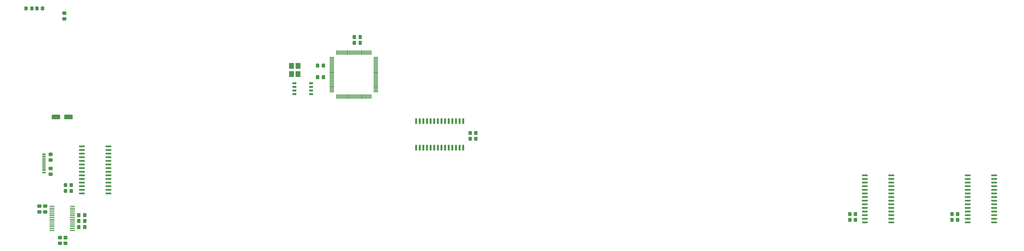
<source format=gbr>
%TF.GenerationSoftware,KiCad,Pcbnew,(5.1.10)-1*%
%TF.CreationDate,2021-10-29T18:14:56+02:00*%
%TF.ProjectId,xfm2-ui-board,78666d32-2d75-4692-9d62-6f6172642e6b,rev?*%
%TF.SameCoordinates,Original*%
%TF.FileFunction,Paste,Top*%
%TF.FilePolarity,Positive*%
%FSLAX46Y46*%
G04 Gerber Fmt 4.6, Leading zero omitted, Abs format (unit mm)*
G04 Created by KiCad (PCBNEW (5.1.10)-1) date 2021-10-29 18:14:56*
%MOMM*%
%LPD*%
G01*
G04 APERTURE LIST*
%ADD10R,1.350000X0.700000*%
%ADD11R,1.150000X0.600000*%
%ADD12R,1.150000X0.300000*%
%ADD13R,1.750000X0.450000*%
%ADD14R,0.300000X1.500000*%
%ADD15R,1.500000X0.300000*%
%ADD16R,1.800000X2.100000*%
G04 APERTURE END LIST*
%TO.C,C1*%
G36*
G01*
X116263000Y-61247000D02*
X116263000Y-62197000D01*
G75*
G02*
X116013000Y-62447000I-250000J0D01*
G01*
X115338000Y-62447000D01*
G75*
G02*
X115088000Y-62197000I0J250000D01*
G01*
X115088000Y-61247000D01*
G75*
G02*
X115338000Y-60997000I250000J0D01*
G01*
X116013000Y-60997000D01*
G75*
G02*
X116263000Y-61247000I0J-250000D01*
G01*
G37*
G36*
G01*
X118338000Y-61247000D02*
X118338000Y-62197000D01*
G75*
G02*
X118088000Y-62447000I-250000J0D01*
G01*
X117413000Y-62447000D01*
G75*
G02*
X117163000Y-62197000I0J250000D01*
G01*
X117163000Y-61247000D01*
G75*
G02*
X117413000Y-60997000I250000J0D01*
G01*
X118088000Y-60997000D01*
G75*
G02*
X118338000Y-61247000I0J-250000D01*
G01*
G37*
%TD*%
%TO.C,C9*%
G36*
G01*
X34645000Y-115730000D02*
X34645000Y-116680000D01*
G75*
G02*
X34395000Y-116930000I-250000J0D01*
G01*
X33720000Y-116930000D01*
G75*
G02*
X33470000Y-116680000I0J250000D01*
G01*
X33470000Y-115730000D01*
G75*
G02*
X33720000Y-115480000I250000J0D01*
G01*
X34395000Y-115480000D01*
G75*
G02*
X34645000Y-115730000I0J-250000D01*
G01*
G37*
G36*
G01*
X32570000Y-115730000D02*
X32570000Y-116680000D01*
G75*
G02*
X32320000Y-116930000I-250000J0D01*
G01*
X31645000Y-116930000D01*
G75*
G02*
X31395000Y-116680000I0J250000D01*
G01*
X31395000Y-115730000D01*
G75*
G02*
X31645000Y-115480000I250000J0D01*
G01*
X32320000Y-115480000D01*
G75*
G02*
X32570000Y-115730000I0J-250000D01*
G01*
G37*
%TD*%
%TO.C,R11*%
G36*
G01*
X21647999Y-99206000D02*
X22548001Y-99206000D01*
G75*
G02*
X22798000Y-99455999I0J-249999D01*
G01*
X22798000Y-100156001D01*
G75*
G02*
X22548001Y-100406000I-249999J0D01*
G01*
X21647999Y-100406000D01*
G75*
G02*
X21398000Y-100156001I0J249999D01*
G01*
X21398000Y-99455999D01*
G75*
G02*
X21647999Y-99206000I249999J0D01*
G01*
G37*
G36*
G01*
X21647999Y-97206000D02*
X22548001Y-97206000D01*
G75*
G02*
X22798000Y-97455999I0J-249999D01*
G01*
X22798000Y-98156001D01*
G75*
G02*
X22548001Y-98406000I-249999J0D01*
G01*
X21647999Y-98406000D01*
G75*
G02*
X21398000Y-98156001I0J249999D01*
G01*
X21398000Y-97455999D01*
G75*
G02*
X21647999Y-97206000I249999J0D01*
G01*
G37*
%TD*%
%TO.C,R7*%
G36*
G01*
X29921000Y-103181999D02*
X29921000Y-104082001D01*
G75*
G02*
X29671001Y-104332000I-249999J0D01*
G01*
X28970999Y-104332000D01*
G75*
G02*
X28721000Y-104082001I0J249999D01*
G01*
X28721000Y-103181999D01*
G75*
G02*
X28970999Y-102932000I249999J0D01*
G01*
X29671001Y-102932000D01*
G75*
G02*
X29921000Y-103181999I0J-249999D01*
G01*
G37*
G36*
G01*
X27921000Y-103181999D02*
X27921000Y-104082001D01*
G75*
G02*
X27671001Y-104332000I-249999J0D01*
G01*
X26970999Y-104332000D01*
G75*
G02*
X26721000Y-104082001I0J249999D01*
G01*
X26721000Y-103181999D01*
G75*
G02*
X26970999Y-102932000I249999J0D01*
G01*
X27671001Y-102932000D01*
G75*
G02*
X27921000Y-103181999I0J-249999D01*
G01*
G37*
%TD*%
%TO.C,C6*%
G36*
G01*
X17686000Y-112464000D02*
X18636000Y-112464000D01*
G75*
G02*
X18886000Y-112714000I0J-250000D01*
G01*
X18886000Y-113389000D01*
G75*
G02*
X18636000Y-113639000I-250000J0D01*
G01*
X17686000Y-113639000D01*
G75*
G02*
X17436000Y-113389000I0J250000D01*
G01*
X17436000Y-112714000D01*
G75*
G02*
X17686000Y-112464000I250000J0D01*
G01*
G37*
G36*
G01*
X17686000Y-110389000D02*
X18636000Y-110389000D01*
G75*
G02*
X18886000Y-110639000I0J-250000D01*
G01*
X18886000Y-111314000D01*
G75*
G02*
X18636000Y-111564000I-250000J0D01*
G01*
X17686000Y-111564000D01*
G75*
G02*
X17436000Y-111314000I0J250000D01*
G01*
X17436000Y-110639000D01*
G75*
G02*
X17686000Y-110389000I250000J0D01*
G01*
G37*
%TD*%
%TO.C,C10*%
G36*
G01*
X32570000Y-117889000D02*
X32570000Y-118839000D01*
G75*
G02*
X32320000Y-119089000I-250000J0D01*
G01*
X31645000Y-119089000D01*
G75*
G02*
X31395000Y-118839000I0J250000D01*
G01*
X31395000Y-117889000D01*
G75*
G02*
X31645000Y-117639000I250000J0D01*
G01*
X32320000Y-117639000D01*
G75*
G02*
X32570000Y-117889000I0J-250000D01*
G01*
G37*
G36*
G01*
X34645000Y-117889000D02*
X34645000Y-118839000D01*
G75*
G02*
X34395000Y-119089000I-250000J0D01*
G01*
X33720000Y-119089000D01*
G75*
G02*
X33470000Y-118839000I0J250000D01*
G01*
X33470000Y-117889000D01*
G75*
G02*
X33720000Y-117639000I250000J0D01*
G01*
X34395000Y-117639000D01*
G75*
G02*
X34645000Y-117889000I0J-250000D01*
G01*
G37*
%TD*%
%TO.C,R5*%
G36*
G01*
X304876000Y-113341999D02*
X304876000Y-114242001D01*
G75*
G02*
X304626001Y-114492000I-249999J0D01*
G01*
X303925999Y-114492000D01*
G75*
G02*
X303676000Y-114242001I0J249999D01*
G01*
X303676000Y-113341999D01*
G75*
G02*
X303925999Y-113092000I249999J0D01*
G01*
X304626001Y-113092000D01*
G75*
G02*
X304876000Y-113341999I0J-249999D01*
G01*
G37*
G36*
G01*
X302876000Y-113341999D02*
X302876000Y-114242001D01*
G75*
G02*
X302626001Y-114492000I-249999J0D01*
G01*
X301925999Y-114492000D01*
G75*
G02*
X301676000Y-114242001I0J249999D01*
G01*
X301676000Y-113341999D01*
G75*
G02*
X301925999Y-113092000I249999J0D01*
G01*
X302626001Y-113092000D01*
G75*
G02*
X302876000Y-113341999I0J-249999D01*
G01*
G37*
%TD*%
%TO.C,D1*%
G36*
G01*
X12905001Y-42122002D02*
X12905001Y-41222000D01*
G75*
G02*
X13155000Y-40972001I249999J0D01*
G01*
X13805002Y-40972001D01*
G75*
G02*
X14055001Y-41222000I0J-249999D01*
G01*
X14055001Y-42122002D01*
G75*
G02*
X13805002Y-42372001I-249999J0D01*
G01*
X13155000Y-42372001D01*
G75*
G02*
X12905001Y-42122002I0J249999D01*
G01*
G37*
G36*
G01*
X14955001Y-42122002D02*
X14955001Y-41222000D01*
G75*
G02*
X15205000Y-40972001I249999J0D01*
G01*
X15855002Y-40972001D01*
G75*
G02*
X16105001Y-41222000I0J-249999D01*
G01*
X16105001Y-42122002D01*
G75*
G02*
X15855002Y-42372001I-249999J0D01*
G01*
X15205000Y-42372001D01*
G75*
G02*
X14955001Y-42122002I0J249999D01*
G01*
G37*
%TD*%
%TO.C,R9*%
G36*
G01*
X27755001Y-124663000D02*
X26854999Y-124663000D01*
G75*
G02*
X26605000Y-124413001I0J249999D01*
G01*
X26605000Y-123712999D01*
G75*
G02*
X26854999Y-123463000I249999J0D01*
G01*
X27755001Y-123463000D01*
G75*
G02*
X28005000Y-123712999I0J-249999D01*
G01*
X28005000Y-124413001D01*
G75*
G02*
X27755001Y-124663000I-249999J0D01*
G01*
G37*
G36*
G01*
X27755001Y-122663000D02*
X26854999Y-122663000D01*
G75*
G02*
X26605000Y-122413001I0J249999D01*
G01*
X26605000Y-121712999D01*
G75*
G02*
X26854999Y-121463000I249999J0D01*
G01*
X27755001Y-121463000D01*
G75*
G02*
X28005000Y-121712999I0J-249999D01*
G01*
X28005000Y-122413001D01*
G75*
G02*
X27755001Y-122663000I-249999J0D01*
G01*
G37*
%TD*%
%TO.C,R8*%
G36*
G01*
X24949999Y-123463000D02*
X25850001Y-123463000D01*
G75*
G02*
X26100000Y-123712999I0J-249999D01*
G01*
X26100000Y-124413001D01*
G75*
G02*
X25850001Y-124663000I-249999J0D01*
G01*
X24949999Y-124663000D01*
G75*
G02*
X24700000Y-124413001I0J249999D01*
G01*
X24700000Y-123712999D01*
G75*
G02*
X24949999Y-123463000I249999J0D01*
G01*
G37*
G36*
G01*
X24949999Y-121463000D02*
X25850001Y-121463000D01*
G75*
G02*
X26100000Y-121712999I0J-249999D01*
G01*
X26100000Y-122413001D01*
G75*
G02*
X25850001Y-122663000I-249999J0D01*
G01*
X24949999Y-122663000D01*
G75*
G02*
X24700000Y-122413001I0J249999D01*
G01*
X24700000Y-121712999D01*
G75*
G02*
X24949999Y-121463000I249999J0D01*
G01*
G37*
%TD*%
%TO.C,C3*%
G36*
G01*
X130053500Y-52164000D02*
X130053500Y-51214000D01*
G75*
G02*
X130303500Y-50964000I250000J0D01*
G01*
X130978500Y-50964000D01*
G75*
G02*
X131228500Y-51214000I0J-250000D01*
G01*
X131228500Y-52164000D01*
G75*
G02*
X130978500Y-52414000I-250000J0D01*
G01*
X130303500Y-52414000D01*
G75*
G02*
X130053500Y-52164000I0J250000D01*
G01*
G37*
G36*
G01*
X127978500Y-52164000D02*
X127978500Y-51214000D01*
G75*
G02*
X128228500Y-50964000I250000J0D01*
G01*
X128903500Y-50964000D01*
G75*
G02*
X129153500Y-51214000I0J-250000D01*
G01*
X129153500Y-52164000D01*
G75*
G02*
X128903500Y-52414000I-250000J0D01*
G01*
X128228500Y-52414000D01*
G75*
G02*
X127978500Y-52164000I0J250000D01*
G01*
G37*
%TD*%
%TO.C,C5*%
G36*
G01*
X22462000Y-80306000D02*
X22462000Y-79206000D01*
G75*
G02*
X22712000Y-78956000I250000J0D01*
G01*
X25212000Y-78956000D01*
G75*
G02*
X25462000Y-79206000I0J-250000D01*
G01*
X25462000Y-80306000D01*
G75*
G02*
X25212000Y-80556000I-250000J0D01*
G01*
X22712000Y-80556000D01*
G75*
G02*
X22462000Y-80306000I0J250000D01*
G01*
G37*
G36*
G01*
X26862000Y-80306000D02*
X26862000Y-79206000D01*
G75*
G02*
X27112000Y-78956000I250000J0D01*
G01*
X29612000Y-78956000D01*
G75*
G02*
X29862000Y-79206000I0J-250000D01*
G01*
X29862000Y-80306000D01*
G75*
G02*
X29612000Y-80556000I-250000J0D01*
G01*
X27112000Y-80556000D01*
G75*
G02*
X26862000Y-80306000I0J250000D01*
G01*
G37*
%TD*%
%TO.C,C7*%
G36*
G01*
X20668000Y-113639000D02*
X19718000Y-113639000D01*
G75*
G02*
X19468000Y-113389000I0J250000D01*
G01*
X19468000Y-112714000D01*
G75*
G02*
X19718000Y-112464000I250000J0D01*
G01*
X20668000Y-112464000D01*
G75*
G02*
X20918000Y-112714000I0J-250000D01*
G01*
X20918000Y-113389000D01*
G75*
G02*
X20668000Y-113639000I-250000J0D01*
G01*
G37*
G36*
G01*
X20668000Y-111564000D02*
X19718000Y-111564000D01*
G75*
G02*
X19468000Y-111314000I0J250000D01*
G01*
X19468000Y-110639000D01*
G75*
G02*
X19718000Y-110389000I250000J0D01*
G01*
X20668000Y-110389000D01*
G75*
G02*
X20918000Y-110639000I0J-250000D01*
G01*
X20918000Y-111314000D01*
G75*
G02*
X20668000Y-111564000I-250000J0D01*
G01*
G37*
%TD*%
D10*
%TO.C,IC1*%
X107540000Y-67945000D03*
X107540000Y-69215000D03*
X107540000Y-70485000D03*
X107540000Y-71755000D03*
X113440000Y-71755000D03*
X113440000Y-70485000D03*
X113440000Y-69215000D03*
X113440000Y-67945000D03*
%TD*%
D11*
%TO.C,J4*%
X19741000Y-92812000D03*
X19741000Y-99212000D03*
X19741000Y-93612000D03*
X19741000Y-98412000D03*
D12*
X19741000Y-96262000D03*
X19741000Y-95762000D03*
X19741000Y-96762000D03*
X19741000Y-97262000D03*
X19741000Y-97762000D03*
X19741000Y-95262000D03*
X19741000Y-94762000D03*
X19741000Y-94262000D03*
%TD*%
%TO.C,R3*%
G36*
G01*
X338690000Y-113341999D02*
X338690000Y-114242001D01*
G75*
G02*
X338440001Y-114492000I-249999J0D01*
G01*
X337739999Y-114492000D01*
G75*
G02*
X337490000Y-114242001I0J249999D01*
G01*
X337490000Y-113341999D01*
G75*
G02*
X337739999Y-113092000I249999J0D01*
G01*
X338440001Y-113092000D01*
G75*
G02*
X338690000Y-113341999I0J-249999D01*
G01*
G37*
G36*
G01*
X340690000Y-113341999D02*
X340690000Y-114242001D01*
G75*
G02*
X340440001Y-114492000I-249999J0D01*
G01*
X339739999Y-114492000D01*
G75*
G02*
X339490000Y-114242001I0J249999D01*
G01*
X339490000Y-113341999D01*
G75*
G02*
X339739999Y-113092000I249999J0D01*
G01*
X340440001Y-113092000D01*
G75*
G02*
X340690000Y-113341999I0J-249999D01*
G01*
G37*
%TD*%
%TO.C,R6*%
G36*
G01*
X28721000Y-106114001D02*
X28721000Y-105213999D01*
G75*
G02*
X28970999Y-104964000I249999J0D01*
G01*
X29671001Y-104964000D01*
G75*
G02*
X29921000Y-105213999I0J-249999D01*
G01*
X29921000Y-106114001D01*
G75*
G02*
X29671001Y-106364000I-249999J0D01*
G01*
X28970999Y-106364000D01*
G75*
G02*
X28721000Y-106114001I0J249999D01*
G01*
G37*
G36*
G01*
X26721000Y-106114001D02*
X26721000Y-105213999D01*
G75*
G02*
X26970999Y-104964000I249999J0D01*
G01*
X27671001Y-104964000D01*
G75*
G02*
X27921000Y-105213999I0J-249999D01*
G01*
X27921000Y-106114001D01*
G75*
G02*
X27671001Y-106364000I-249999J0D01*
G01*
X26970999Y-106364000D01*
G75*
G02*
X26721000Y-106114001I0J249999D01*
G01*
G37*
%TD*%
%TO.C,C4*%
G36*
G01*
X127978500Y-54196000D02*
X127978500Y-53246000D01*
G75*
G02*
X128228500Y-52996000I250000J0D01*
G01*
X128903500Y-52996000D01*
G75*
G02*
X129153500Y-53246000I0J-250000D01*
G01*
X129153500Y-54196000D01*
G75*
G02*
X128903500Y-54446000I-250000J0D01*
G01*
X128228500Y-54446000D01*
G75*
G02*
X127978500Y-54196000I0J250000D01*
G01*
G37*
G36*
G01*
X130053500Y-54196000D02*
X130053500Y-53246000D01*
G75*
G02*
X130303500Y-52996000I250000J0D01*
G01*
X130978500Y-52996000D01*
G75*
G02*
X131228500Y-53246000I0J-250000D01*
G01*
X131228500Y-54196000D01*
G75*
G02*
X130978500Y-54446000I-250000J0D01*
G01*
X130303500Y-54446000D01*
G75*
G02*
X130053500Y-54196000I0J250000D01*
G01*
G37*
%TD*%
%TO.C,R10*%
G36*
G01*
X22548001Y-95453000D02*
X21647999Y-95453000D01*
G75*
G02*
X21398000Y-95203001I0J249999D01*
G01*
X21398000Y-94502999D01*
G75*
G02*
X21647999Y-94253000I249999J0D01*
G01*
X22548001Y-94253000D01*
G75*
G02*
X22798000Y-94502999I0J-249999D01*
G01*
X22798000Y-95203001D01*
G75*
G02*
X22548001Y-95453000I-249999J0D01*
G01*
G37*
G36*
G01*
X22548001Y-93453000D02*
X21647999Y-93453000D01*
G75*
G02*
X21398000Y-93203001I0J249999D01*
G01*
X21398000Y-92502999D01*
G75*
G02*
X21647999Y-92253000I249999J0D01*
G01*
X22548001Y-92253000D01*
G75*
G02*
X22798000Y-92502999I0J-249999D01*
G01*
X22798000Y-93203001D01*
G75*
G02*
X22548001Y-93453000I-249999J0D01*
G01*
G37*
%TD*%
%TO.C,R4*%
G36*
G01*
X303676000Y-116274001D02*
X303676000Y-115373999D01*
G75*
G02*
X303925999Y-115124000I249999J0D01*
G01*
X304626001Y-115124000D01*
G75*
G02*
X304876000Y-115373999I0J-249999D01*
G01*
X304876000Y-116274001D01*
G75*
G02*
X304626001Y-116524000I-249999J0D01*
G01*
X303925999Y-116524000D01*
G75*
G02*
X303676000Y-116274001I0J249999D01*
G01*
G37*
G36*
G01*
X301676000Y-116274001D02*
X301676000Y-115373999D01*
G75*
G02*
X301925999Y-115124000I249999J0D01*
G01*
X302626001Y-115124000D01*
G75*
G02*
X302876000Y-115373999I0J-249999D01*
G01*
X302876000Y-116274001D01*
G75*
G02*
X302626001Y-116524000I-249999J0D01*
G01*
X301925999Y-116524000D01*
G75*
G02*
X301676000Y-116274001I0J249999D01*
G01*
G37*
%TD*%
%TO.C,C8*%
G36*
G01*
X31395000Y-114648000D02*
X31395000Y-113698000D01*
G75*
G02*
X31645000Y-113448000I250000J0D01*
G01*
X32320000Y-113448000D01*
G75*
G02*
X32570000Y-113698000I0J-250000D01*
G01*
X32570000Y-114648000D01*
G75*
G02*
X32320000Y-114898000I-250000J0D01*
G01*
X31645000Y-114898000D01*
G75*
G02*
X31395000Y-114648000I0J250000D01*
G01*
G37*
G36*
G01*
X33470000Y-114648000D02*
X33470000Y-113698000D01*
G75*
G02*
X33720000Y-113448000I250000J0D01*
G01*
X34395000Y-113448000D01*
G75*
G02*
X34645000Y-113698000I0J-250000D01*
G01*
X34645000Y-114648000D01*
G75*
G02*
X34395000Y-114898000I-250000J0D01*
G01*
X33720000Y-114898000D01*
G75*
G02*
X33470000Y-114648000I0J250000D01*
G01*
G37*
%TD*%
%TO.C,R12*%
G36*
G01*
X18688000Y-42106001D02*
X18688000Y-41205999D01*
G75*
G02*
X18937999Y-40956000I249999J0D01*
G01*
X19638001Y-40956000D01*
G75*
G02*
X19888000Y-41205999I0J-249999D01*
G01*
X19888000Y-42106001D01*
G75*
G02*
X19638001Y-42356000I-249999J0D01*
G01*
X18937999Y-42356000D01*
G75*
G02*
X18688000Y-42106001I0J249999D01*
G01*
G37*
G36*
G01*
X16688000Y-42106001D02*
X16688000Y-41205999D01*
G75*
G02*
X16937999Y-40956000I249999J0D01*
G01*
X17638001Y-40956000D01*
G75*
G02*
X17888000Y-41205999I0J-249999D01*
G01*
X17888000Y-42106001D01*
G75*
G02*
X17638001Y-42356000I-249999J0D01*
G01*
X16937999Y-42356000D01*
G75*
G02*
X16688000Y-42106001I0J249999D01*
G01*
G37*
%TD*%
%TO.C,C2*%
G36*
G01*
X118338000Y-65311000D02*
X118338000Y-66261000D01*
G75*
G02*
X118088000Y-66511000I-250000J0D01*
G01*
X117413000Y-66511000D01*
G75*
G02*
X117163000Y-66261000I0J250000D01*
G01*
X117163000Y-65311000D01*
G75*
G02*
X117413000Y-65061000I250000J0D01*
G01*
X118088000Y-65061000D01*
G75*
G02*
X118338000Y-65311000I0J-250000D01*
G01*
G37*
G36*
G01*
X116263000Y-65311000D02*
X116263000Y-66261000D01*
G75*
G02*
X116013000Y-66511000I-250000J0D01*
G01*
X115338000Y-66511000D01*
G75*
G02*
X115088000Y-66261000I0J250000D01*
G01*
X115088000Y-65311000D01*
G75*
G02*
X115338000Y-65061000I250000J0D01*
G01*
X116013000Y-65061000D01*
G75*
G02*
X116263000Y-65311000I0J-250000D01*
G01*
G37*
%TD*%
%TO.C,R1*%
G36*
G01*
X26473999Y-42723000D02*
X27374001Y-42723000D01*
G75*
G02*
X27624000Y-42972999I0J-249999D01*
G01*
X27624000Y-43673001D01*
G75*
G02*
X27374001Y-43923000I-249999J0D01*
G01*
X26473999Y-43923000D01*
G75*
G02*
X26224000Y-43673001I0J249999D01*
G01*
X26224000Y-42972999D01*
G75*
G02*
X26473999Y-42723000I249999J0D01*
G01*
G37*
G36*
G01*
X26473999Y-44723000D02*
X27374001Y-44723000D01*
G75*
G02*
X27624000Y-44972999I0J-249999D01*
G01*
X27624000Y-45673001D01*
G75*
G02*
X27374001Y-45923000I-249999J0D01*
G01*
X26473999Y-45923000D01*
G75*
G02*
X26224000Y-45673001I0J249999D01*
G01*
X26224000Y-44972999D01*
G75*
G02*
X26473999Y-44723000I249999J0D01*
G01*
G37*
%TD*%
%TO.C,R2*%
G36*
G01*
X337490000Y-116274001D02*
X337490000Y-115373999D01*
G75*
G02*
X337739999Y-115124000I249999J0D01*
G01*
X338440001Y-115124000D01*
G75*
G02*
X338690000Y-115373999I0J-249999D01*
G01*
X338690000Y-116274001D01*
G75*
G02*
X338440001Y-116524000I-249999J0D01*
G01*
X337739999Y-116524000D01*
G75*
G02*
X337490000Y-116274001I0J249999D01*
G01*
G37*
G36*
G01*
X339490000Y-116274001D02*
X339490000Y-115373999D01*
G75*
G02*
X339739999Y-115124000I249999J0D01*
G01*
X340440001Y-115124000D01*
G75*
G02*
X340690000Y-115373999I0J-249999D01*
G01*
X340690000Y-116274001D01*
G75*
G02*
X340440001Y-116524000I-249999J0D01*
G01*
X339739999Y-116524000D01*
G75*
G02*
X339490000Y-116274001I0J249999D01*
G01*
G37*
%TD*%
D13*
%TO.C,U5*%
X22562000Y-111091000D03*
X22562000Y-111741000D03*
X22562000Y-112391000D03*
X22562000Y-113041000D03*
X22562000Y-113691000D03*
X22562000Y-114341000D03*
X22562000Y-114991000D03*
X22562000Y-115641000D03*
X22562000Y-116291000D03*
X22562000Y-116941000D03*
X22562000Y-117591000D03*
X22562000Y-118241000D03*
X22562000Y-118891000D03*
X22562000Y-119541000D03*
X29762000Y-119541000D03*
X29762000Y-118891000D03*
X29762000Y-118241000D03*
X29762000Y-117591000D03*
X29762000Y-116941000D03*
X29762000Y-116291000D03*
X29762000Y-115641000D03*
X29762000Y-114991000D03*
X29762000Y-114341000D03*
X29762000Y-113691000D03*
X29762000Y-113041000D03*
X29762000Y-112391000D03*
X29762000Y-111741000D03*
X29762000Y-111091000D03*
%TD*%
%TO.C,U2*%
G36*
G01*
X342559000Y-100353000D02*
X342559000Y-100053000D01*
G75*
G02*
X342709000Y-99903000I150000J0D01*
G01*
X344459000Y-99903000D01*
G75*
G02*
X344609000Y-100053000I0J-150000D01*
G01*
X344609000Y-100353000D01*
G75*
G02*
X344459000Y-100503000I-150000J0D01*
G01*
X342709000Y-100503000D01*
G75*
G02*
X342559000Y-100353000I0J150000D01*
G01*
G37*
G36*
G01*
X342559000Y-101623000D02*
X342559000Y-101323000D01*
G75*
G02*
X342709000Y-101173000I150000J0D01*
G01*
X344459000Y-101173000D01*
G75*
G02*
X344609000Y-101323000I0J-150000D01*
G01*
X344609000Y-101623000D01*
G75*
G02*
X344459000Y-101773000I-150000J0D01*
G01*
X342709000Y-101773000D01*
G75*
G02*
X342559000Y-101623000I0J150000D01*
G01*
G37*
G36*
G01*
X342559000Y-102893000D02*
X342559000Y-102593000D01*
G75*
G02*
X342709000Y-102443000I150000J0D01*
G01*
X344459000Y-102443000D01*
G75*
G02*
X344609000Y-102593000I0J-150000D01*
G01*
X344609000Y-102893000D01*
G75*
G02*
X344459000Y-103043000I-150000J0D01*
G01*
X342709000Y-103043000D01*
G75*
G02*
X342559000Y-102893000I0J150000D01*
G01*
G37*
G36*
G01*
X342559000Y-104163000D02*
X342559000Y-103863000D01*
G75*
G02*
X342709000Y-103713000I150000J0D01*
G01*
X344459000Y-103713000D01*
G75*
G02*
X344609000Y-103863000I0J-150000D01*
G01*
X344609000Y-104163000D01*
G75*
G02*
X344459000Y-104313000I-150000J0D01*
G01*
X342709000Y-104313000D01*
G75*
G02*
X342559000Y-104163000I0J150000D01*
G01*
G37*
G36*
G01*
X342559000Y-105433000D02*
X342559000Y-105133000D01*
G75*
G02*
X342709000Y-104983000I150000J0D01*
G01*
X344459000Y-104983000D01*
G75*
G02*
X344609000Y-105133000I0J-150000D01*
G01*
X344609000Y-105433000D01*
G75*
G02*
X344459000Y-105583000I-150000J0D01*
G01*
X342709000Y-105583000D01*
G75*
G02*
X342559000Y-105433000I0J150000D01*
G01*
G37*
G36*
G01*
X342559000Y-106703000D02*
X342559000Y-106403000D01*
G75*
G02*
X342709000Y-106253000I150000J0D01*
G01*
X344459000Y-106253000D01*
G75*
G02*
X344609000Y-106403000I0J-150000D01*
G01*
X344609000Y-106703000D01*
G75*
G02*
X344459000Y-106853000I-150000J0D01*
G01*
X342709000Y-106853000D01*
G75*
G02*
X342559000Y-106703000I0J150000D01*
G01*
G37*
G36*
G01*
X342559000Y-107973000D02*
X342559000Y-107673000D01*
G75*
G02*
X342709000Y-107523000I150000J0D01*
G01*
X344459000Y-107523000D01*
G75*
G02*
X344609000Y-107673000I0J-150000D01*
G01*
X344609000Y-107973000D01*
G75*
G02*
X344459000Y-108123000I-150000J0D01*
G01*
X342709000Y-108123000D01*
G75*
G02*
X342559000Y-107973000I0J150000D01*
G01*
G37*
G36*
G01*
X342559000Y-109243000D02*
X342559000Y-108943000D01*
G75*
G02*
X342709000Y-108793000I150000J0D01*
G01*
X344459000Y-108793000D01*
G75*
G02*
X344609000Y-108943000I0J-150000D01*
G01*
X344609000Y-109243000D01*
G75*
G02*
X344459000Y-109393000I-150000J0D01*
G01*
X342709000Y-109393000D01*
G75*
G02*
X342559000Y-109243000I0J150000D01*
G01*
G37*
G36*
G01*
X342559000Y-110513000D02*
X342559000Y-110213000D01*
G75*
G02*
X342709000Y-110063000I150000J0D01*
G01*
X344459000Y-110063000D01*
G75*
G02*
X344609000Y-110213000I0J-150000D01*
G01*
X344609000Y-110513000D01*
G75*
G02*
X344459000Y-110663000I-150000J0D01*
G01*
X342709000Y-110663000D01*
G75*
G02*
X342559000Y-110513000I0J150000D01*
G01*
G37*
G36*
G01*
X342559000Y-111783000D02*
X342559000Y-111483000D01*
G75*
G02*
X342709000Y-111333000I150000J0D01*
G01*
X344459000Y-111333000D01*
G75*
G02*
X344609000Y-111483000I0J-150000D01*
G01*
X344609000Y-111783000D01*
G75*
G02*
X344459000Y-111933000I-150000J0D01*
G01*
X342709000Y-111933000D01*
G75*
G02*
X342559000Y-111783000I0J150000D01*
G01*
G37*
G36*
G01*
X342559000Y-113053000D02*
X342559000Y-112753000D01*
G75*
G02*
X342709000Y-112603000I150000J0D01*
G01*
X344459000Y-112603000D01*
G75*
G02*
X344609000Y-112753000I0J-150000D01*
G01*
X344609000Y-113053000D01*
G75*
G02*
X344459000Y-113203000I-150000J0D01*
G01*
X342709000Y-113203000D01*
G75*
G02*
X342559000Y-113053000I0J150000D01*
G01*
G37*
G36*
G01*
X342559000Y-114323000D02*
X342559000Y-114023000D01*
G75*
G02*
X342709000Y-113873000I150000J0D01*
G01*
X344459000Y-113873000D01*
G75*
G02*
X344609000Y-114023000I0J-150000D01*
G01*
X344609000Y-114323000D01*
G75*
G02*
X344459000Y-114473000I-150000J0D01*
G01*
X342709000Y-114473000D01*
G75*
G02*
X342559000Y-114323000I0J150000D01*
G01*
G37*
G36*
G01*
X342559000Y-115593000D02*
X342559000Y-115293000D01*
G75*
G02*
X342709000Y-115143000I150000J0D01*
G01*
X344459000Y-115143000D01*
G75*
G02*
X344609000Y-115293000I0J-150000D01*
G01*
X344609000Y-115593000D01*
G75*
G02*
X344459000Y-115743000I-150000J0D01*
G01*
X342709000Y-115743000D01*
G75*
G02*
X342559000Y-115593000I0J150000D01*
G01*
G37*
G36*
G01*
X342559000Y-116863000D02*
X342559000Y-116563000D01*
G75*
G02*
X342709000Y-116413000I150000J0D01*
G01*
X344459000Y-116413000D01*
G75*
G02*
X344609000Y-116563000I0J-150000D01*
G01*
X344609000Y-116863000D01*
G75*
G02*
X344459000Y-117013000I-150000J0D01*
G01*
X342709000Y-117013000D01*
G75*
G02*
X342559000Y-116863000I0J150000D01*
G01*
G37*
G36*
G01*
X351859000Y-116863000D02*
X351859000Y-116563000D01*
G75*
G02*
X352009000Y-116413000I150000J0D01*
G01*
X353759000Y-116413000D01*
G75*
G02*
X353909000Y-116563000I0J-150000D01*
G01*
X353909000Y-116863000D01*
G75*
G02*
X353759000Y-117013000I-150000J0D01*
G01*
X352009000Y-117013000D01*
G75*
G02*
X351859000Y-116863000I0J150000D01*
G01*
G37*
G36*
G01*
X351859000Y-115593000D02*
X351859000Y-115293000D01*
G75*
G02*
X352009000Y-115143000I150000J0D01*
G01*
X353759000Y-115143000D01*
G75*
G02*
X353909000Y-115293000I0J-150000D01*
G01*
X353909000Y-115593000D01*
G75*
G02*
X353759000Y-115743000I-150000J0D01*
G01*
X352009000Y-115743000D01*
G75*
G02*
X351859000Y-115593000I0J150000D01*
G01*
G37*
G36*
G01*
X351859000Y-114323000D02*
X351859000Y-114023000D01*
G75*
G02*
X352009000Y-113873000I150000J0D01*
G01*
X353759000Y-113873000D01*
G75*
G02*
X353909000Y-114023000I0J-150000D01*
G01*
X353909000Y-114323000D01*
G75*
G02*
X353759000Y-114473000I-150000J0D01*
G01*
X352009000Y-114473000D01*
G75*
G02*
X351859000Y-114323000I0J150000D01*
G01*
G37*
G36*
G01*
X351859000Y-113053000D02*
X351859000Y-112753000D01*
G75*
G02*
X352009000Y-112603000I150000J0D01*
G01*
X353759000Y-112603000D01*
G75*
G02*
X353909000Y-112753000I0J-150000D01*
G01*
X353909000Y-113053000D01*
G75*
G02*
X353759000Y-113203000I-150000J0D01*
G01*
X352009000Y-113203000D01*
G75*
G02*
X351859000Y-113053000I0J150000D01*
G01*
G37*
G36*
G01*
X351859000Y-111783000D02*
X351859000Y-111483000D01*
G75*
G02*
X352009000Y-111333000I150000J0D01*
G01*
X353759000Y-111333000D01*
G75*
G02*
X353909000Y-111483000I0J-150000D01*
G01*
X353909000Y-111783000D01*
G75*
G02*
X353759000Y-111933000I-150000J0D01*
G01*
X352009000Y-111933000D01*
G75*
G02*
X351859000Y-111783000I0J150000D01*
G01*
G37*
G36*
G01*
X351859000Y-110513000D02*
X351859000Y-110213000D01*
G75*
G02*
X352009000Y-110063000I150000J0D01*
G01*
X353759000Y-110063000D01*
G75*
G02*
X353909000Y-110213000I0J-150000D01*
G01*
X353909000Y-110513000D01*
G75*
G02*
X353759000Y-110663000I-150000J0D01*
G01*
X352009000Y-110663000D01*
G75*
G02*
X351859000Y-110513000I0J150000D01*
G01*
G37*
G36*
G01*
X351859000Y-109243000D02*
X351859000Y-108943000D01*
G75*
G02*
X352009000Y-108793000I150000J0D01*
G01*
X353759000Y-108793000D01*
G75*
G02*
X353909000Y-108943000I0J-150000D01*
G01*
X353909000Y-109243000D01*
G75*
G02*
X353759000Y-109393000I-150000J0D01*
G01*
X352009000Y-109393000D01*
G75*
G02*
X351859000Y-109243000I0J150000D01*
G01*
G37*
G36*
G01*
X351859000Y-107973000D02*
X351859000Y-107673000D01*
G75*
G02*
X352009000Y-107523000I150000J0D01*
G01*
X353759000Y-107523000D01*
G75*
G02*
X353909000Y-107673000I0J-150000D01*
G01*
X353909000Y-107973000D01*
G75*
G02*
X353759000Y-108123000I-150000J0D01*
G01*
X352009000Y-108123000D01*
G75*
G02*
X351859000Y-107973000I0J150000D01*
G01*
G37*
G36*
G01*
X351859000Y-106703000D02*
X351859000Y-106403000D01*
G75*
G02*
X352009000Y-106253000I150000J0D01*
G01*
X353759000Y-106253000D01*
G75*
G02*
X353909000Y-106403000I0J-150000D01*
G01*
X353909000Y-106703000D01*
G75*
G02*
X353759000Y-106853000I-150000J0D01*
G01*
X352009000Y-106853000D01*
G75*
G02*
X351859000Y-106703000I0J150000D01*
G01*
G37*
G36*
G01*
X351859000Y-105433000D02*
X351859000Y-105133000D01*
G75*
G02*
X352009000Y-104983000I150000J0D01*
G01*
X353759000Y-104983000D01*
G75*
G02*
X353909000Y-105133000I0J-150000D01*
G01*
X353909000Y-105433000D01*
G75*
G02*
X353759000Y-105583000I-150000J0D01*
G01*
X352009000Y-105583000D01*
G75*
G02*
X351859000Y-105433000I0J150000D01*
G01*
G37*
G36*
G01*
X351859000Y-104163000D02*
X351859000Y-103863000D01*
G75*
G02*
X352009000Y-103713000I150000J0D01*
G01*
X353759000Y-103713000D01*
G75*
G02*
X353909000Y-103863000I0J-150000D01*
G01*
X353909000Y-104163000D01*
G75*
G02*
X353759000Y-104313000I-150000J0D01*
G01*
X352009000Y-104313000D01*
G75*
G02*
X351859000Y-104163000I0J150000D01*
G01*
G37*
G36*
G01*
X351859000Y-102893000D02*
X351859000Y-102593000D01*
G75*
G02*
X352009000Y-102443000I150000J0D01*
G01*
X353759000Y-102443000D01*
G75*
G02*
X353909000Y-102593000I0J-150000D01*
G01*
X353909000Y-102893000D01*
G75*
G02*
X353759000Y-103043000I-150000J0D01*
G01*
X352009000Y-103043000D01*
G75*
G02*
X351859000Y-102893000I0J150000D01*
G01*
G37*
G36*
G01*
X351859000Y-101623000D02*
X351859000Y-101323000D01*
G75*
G02*
X352009000Y-101173000I150000J0D01*
G01*
X353759000Y-101173000D01*
G75*
G02*
X353909000Y-101323000I0J-150000D01*
G01*
X353909000Y-101623000D01*
G75*
G02*
X353759000Y-101773000I-150000J0D01*
G01*
X352009000Y-101773000D01*
G75*
G02*
X351859000Y-101623000I0J150000D01*
G01*
G37*
G36*
G01*
X351859000Y-100353000D02*
X351859000Y-100053000D01*
G75*
G02*
X352009000Y-99903000I150000J0D01*
G01*
X353759000Y-99903000D01*
G75*
G02*
X353909000Y-100053000I0J-150000D01*
G01*
X353909000Y-100353000D01*
G75*
G02*
X353759000Y-100503000I-150000J0D01*
G01*
X352009000Y-100503000D01*
G75*
G02*
X351859000Y-100353000I0J150000D01*
G01*
G37*
%TD*%
%TO.C,U3*%
G36*
G01*
X315791000Y-100353000D02*
X315791000Y-100053000D01*
G75*
G02*
X315941000Y-99903000I150000J0D01*
G01*
X317691000Y-99903000D01*
G75*
G02*
X317841000Y-100053000I0J-150000D01*
G01*
X317841000Y-100353000D01*
G75*
G02*
X317691000Y-100503000I-150000J0D01*
G01*
X315941000Y-100503000D01*
G75*
G02*
X315791000Y-100353000I0J150000D01*
G01*
G37*
G36*
G01*
X315791000Y-101623000D02*
X315791000Y-101323000D01*
G75*
G02*
X315941000Y-101173000I150000J0D01*
G01*
X317691000Y-101173000D01*
G75*
G02*
X317841000Y-101323000I0J-150000D01*
G01*
X317841000Y-101623000D01*
G75*
G02*
X317691000Y-101773000I-150000J0D01*
G01*
X315941000Y-101773000D01*
G75*
G02*
X315791000Y-101623000I0J150000D01*
G01*
G37*
G36*
G01*
X315791000Y-102893000D02*
X315791000Y-102593000D01*
G75*
G02*
X315941000Y-102443000I150000J0D01*
G01*
X317691000Y-102443000D01*
G75*
G02*
X317841000Y-102593000I0J-150000D01*
G01*
X317841000Y-102893000D01*
G75*
G02*
X317691000Y-103043000I-150000J0D01*
G01*
X315941000Y-103043000D01*
G75*
G02*
X315791000Y-102893000I0J150000D01*
G01*
G37*
G36*
G01*
X315791000Y-104163000D02*
X315791000Y-103863000D01*
G75*
G02*
X315941000Y-103713000I150000J0D01*
G01*
X317691000Y-103713000D01*
G75*
G02*
X317841000Y-103863000I0J-150000D01*
G01*
X317841000Y-104163000D01*
G75*
G02*
X317691000Y-104313000I-150000J0D01*
G01*
X315941000Y-104313000D01*
G75*
G02*
X315791000Y-104163000I0J150000D01*
G01*
G37*
G36*
G01*
X315791000Y-105433000D02*
X315791000Y-105133000D01*
G75*
G02*
X315941000Y-104983000I150000J0D01*
G01*
X317691000Y-104983000D01*
G75*
G02*
X317841000Y-105133000I0J-150000D01*
G01*
X317841000Y-105433000D01*
G75*
G02*
X317691000Y-105583000I-150000J0D01*
G01*
X315941000Y-105583000D01*
G75*
G02*
X315791000Y-105433000I0J150000D01*
G01*
G37*
G36*
G01*
X315791000Y-106703000D02*
X315791000Y-106403000D01*
G75*
G02*
X315941000Y-106253000I150000J0D01*
G01*
X317691000Y-106253000D01*
G75*
G02*
X317841000Y-106403000I0J-150000D01*
G01*
X317841000Y-106703000D01*
G75*
G02*
X317691000Y-106853000I-150000J0D01*
G01*
X315941000Y-106853000D01*
G75*
G02*
X315791000Y-106703000I0J150000D01*
G01*
G37*
G36*
G01*
X315791000Y-107973000D02*
X315791000Y-107673000D01*
G75*
G02*
X315941000Y-107523000I150000J0D01*
G01*
X317691000Y-107523000D01*
G75*
G02*
X317841000Y-107673000I0J-150000D01*
G01*
X317841000Y-107973000D01*
G75*
G02*
X317691000Y-108123000I-150000J0D01*
G01*
X315941000Y-108123000D01*
G75*
G02*
X315791000Y-107973000I0J150000D01*
G01*
G37*
G36*
G01*
X315791000Y-109243000D02*
X315791000Y-108943000D01*
G75*
G02*
X315941000Y-108793000I150000J0D01*
G01*
X317691000Y-108793000D01*
G75*
G02*
X317841000Y-108943000I0J-150000D01*
G01*
X317841000Y-109243000D01*
G75*
G02*
X317691000Y-109393000I-150000J0D01*
G01*
X315941000Y-109393000D01*
G75*
G02*
X315791000Y-109243000I0J150000D01*
G01*
G37*
G36*
G01*
X315791000Y-110513000D02*
X315791000Y-110213000D01*
G75*
G02*
X315941000Y-110063000I150000J0D01*
G01*
X317691000Y-110063000D01*
G75*
G02*
X317841000Y-110213000I0J-150000D01*
G01*
X317841000Y-110513000D01*
G75*
G02*
X317691000Y-110663000I-150000J0D01*
G01*
X315941000Y-110663000D01*
G75*
G02*
X315791000Y-110513000I0J150000D01*
G01*
G37*
G36*
G01*
X315791000Y-111783000D02*
X315791000Y-111483000D01*
G75*
G02*
X315941000Y-111333000I150000J0D01*
G01*
X317691000Y-111333000D01*
G75*
G02*
X317841000Y-111483000I0J-150000D01*
G01*
X317841000Y-111783000D01*
G75*
G02*
X317691000Y-111933000I-150000J0D01*
G01*
X315941000Y-111933000D01*
G75*
G02*
X315791000Y-111783000I0J150000D01*
G01*
G37*
G36*
G01*
X315791000Y-113053000D02*
X315791000Y-112753000D01*
G75*
G02*
X315941000Y-112603000I150000J0D01*
G01*
X317691000Y-112603000D01*
G75*
G02*
X317841000Y-112753000I0J-150000D01*
G01*
X317841000Y-113053000D01*
G75*
G02*
X317691000Y-113203000I-150000J0D01*
G01*
X315941000Y-113203000D01*
G75*
G02*
X315791000Y-113053000I0J150000D01*
G01*
G37*
G36*
G01*
X315791000Y-114323000D02*
X315791000Y-114023000D01*
G75*
G02*
X315941000Y-113873000I150000J0D01*
G01*
X317691000Y-113873000D01*
G75*
G02*
X317841000Y-114023000I0J-150000D01*
G01*
X317841000Y-114323000D01*
G75*
G02*
X317691000Y-114473000I-150000J0D01*
G01*
X315941000Y-114473000D01*
G75*
G02*
X315791000Y-114323000I0J150000D01*
G01*
G37*
G36*
G01*
X315791000Y-115593000D02*
X315791000Y-115293000D01*
G75*
G02*
X315941000Y-115143000I150000J0D01*
G01*
X317691000Y-115143000D01*
G75*
G02*
X317841000Y-115293000I0J-150000D01*
G01*
X317841000Y-115593000D01*
G75*
G02*
X317691000Y-115743000I-150000J0D01*
G01*
X315941000Y-115743000D01*
G75*
G02*
X315791000Y-115593000I0J150000D01*
G01*
G37*
G36*
G01*
X315791000Y-116863000D02*
X315791000Y-116563000D01*
G75*
G02*
X315941000Y-116413000I150000J0D01*
G01*
X317691000Y-116413000D01*
G75*
G02*
X317841000Y-116563000I0J-150000D01*
G01*
X317841000Y-116863000D01*
G75*
G02*
X317691000Y-117013000I-150000J0D01*
G01*
X315941000Y-117013000D01*
G75*
G02*
X315791000Y-116863000I0J150000D01*
G01*
G37*
G36*
G01*
X306491000Y-116863000D02*
X306491000Y-116563000D01*
G75*
G02*
X306641000Y-116413000I150000J0D01*
G01*
X308391000Y-116413000D01*
G75*
G02*
X308541000Y-116563000I0J-150000D01*
G01*
X308541000Y-116863000D01*
G75*
G02*
X308391000Y-117013000I-150000J0D01*
G01*
X306641000Y-117013000D01*
G75*
G02*
X306491000Y-116863000I0J150000D01*
G01*
G37*
G36*
G01*
X306491000Y-115593000D02*
X306491000Y-115293000D01*
G75*
G02*
X306641000Y-115143000I150000J0D01*
G01*
X308391000Y-115143000D01*
G75*
G02*
X308541000Y-115293000I0J-150000D01*
G01*
X308541000Y-115593000D01*
G75*
G02*
X308391000Y-115743000I-150000J0D01*
G01*
X306641000Y-115743000D01*
G75*
G02*
X306491000Y-115593000I0J150000D01*
G01*
G37*
G36*
G01*
X306491000Y-114323000D02*
X306491000Y-114023000D01*
G75*
G02*
X306641000Y-113873000I150000J0D01*
G01*
X308391000Y-113873000D01*
G75*
G02*
X308541000Y-114023000I0J-150000D01*
G01*
X308541000Y-114323000D01*
G75*
G02*
X308391000Y-114473000I-150000J0D01*
G01*
X306641000Y-114473000D01*
G75*
G02*
X306491000Y-114323000I0J150000D01*
G01*
G37*
G36*
G01*
X306491000Y-113053000D02*
X306491000Y-112753000D01*
G75*
G02*
X306641000Y-112603000I150000J0D01*
G01*
X308391000Y-112603000D01*
G75*
G02*
X308541000Y-112753000I0J-150000D01*
G01*
X308541000Y-113053000D01*
G75*
G02*
X308391000Y-113203000I-150000J0D01*
G01*
X306641000Y-113203000D01*
G75*
G02*
X306491000Y-113053000I0J150000D01*
G01*
G37*
G36*
G01*
X306491000Y-111783000D02*
X306491000Y-111483000D01*
G75*
G02*
X306641000Y-111333000I150000J0D01*
G01*
X308391000Y-111333000D01*
G75*
G02*
X308541000Y-111483000I0J-150000D01*
G01*
X308541000Y-111783000D01*
G75*
G02*
X308391000Y-111933000I-150000J0D01*
G01*
X306641000Y-111933000D01*
G75*
G02*
X306491000Y-111783000I0J150000D01*
G01*
G37*
G36*
G01*
X306491000Y-110513000D02*
X306491000Y-110213000D01*
G75*
G02*
X306641000Y-110063000I150000J0D01*
G01*
X308391000Y-110063000D01*
G75*
G02*
X308541000Y-110213000I0J-150000D01*
G01*
X308541000Y-110513000D01*
G75*
G02*
X308391000Y-110663000I-150000J0D01*
G01*
X306641000Y-110663000D01*
G75*
G02*
X306491000Y-110513000I0J150000D01*
G01*
G37*
G36*
G01*
X306491000Y-109243000D02*
X306491000Y-108943000D01*
G75*
G02*
X306641000Y-108793000I150000J0D01*
G01*
X308391000Y-108793000D01*
G75*
G02*
X308541000Y-108943000I0J-150000D01*
G01*
X308541000Y-109243000D01*
G75*
G02*
X308391000Y-109393000I-150000J0D01*
G01*
X306641000Y-109393000D01*
G75*
G02*
X306491000Y-109243000I0J150000D01*
G01*
G37*
G36*
G01*
X306491000Y-107973000D02*
X306491000Y-107673000D01*
G75*
G02*
X306641000Y-107523000I150000J0D01*
G01*
X308391000Y-107523000D01*
G75*
G02*
X308541000Y-107673000I0J-150000D01*
G01*
X308541000Y-107973000D01*
G75*
G02*
X308391000Y-108123000I-150000J0D01*
G01*
X306641000Y-108123000D01*
G75*
G02*
X306491000Y-107973000I0J150000D01*
G01*
G37*
G36*
G01*
X306491000Y-106703000D02*
X306491000Y-106403000D01*
G75*
G02*
X306641000Y-106253000I150000J0D01*
G01*
X308391000Y-106253000D01*
G75*
G02*
X308541000Y-106403000I0J-150000D01*
G01*
X308541000Y-106703000D01*
G75*
G02*
X308391000Y-106853000I-150000J0D01*
G01*
X306641000Y-106853000D01*
G75*
G02*
X306491000Y-106703000I0J150000D01*
G01*
G37*
G36*
G01*
X306491000Y-105433000D02*
X306491000Y-105133000D01*
G75*
G02*
X306641000Y-104983000I150000J0D01*
G01*
X308391000Y-104983000D01*
G75*
G02*
X308541000Y-105133000I0J-150000D01*
G01*
X308541000Y-105433000D01*
G75*
G02*
X308391000Y-105583000I-150000J0D01*
G01*
X306641000Y-105583000D01*
G75*
G02*
X306491000Y-105433000I0J150000D01*
G01*
G37*
G36*
G01*
X306491000Y-104163000D02*
X306491000Y-103863000D01*
G75*
G02*
X306641000Y-103713000I150000J0D01*
G01*
X308391000Y-103713000D01*
G75*
G02*
X308541000Y-103863000I0J-150000D01*
G01*
X308541000Y-104163000D01*
G75*
G02*
X308391000Y-104313000I-150000J0D01*
G01*
X306641000Y-104313000D01*
G75*
G02*
X306491000Y-104163000I0J150000D01*
G01*
G37*
G36*
G01*
X306491000Y-102893000D02*
X306491000Y-102593000D01*
G75*
G02*
X306641000Y-102443000I150000J0D01*
G01*
X308391000Y-102443000D01*
G75*
G02*
X308541000Y-102593000I0J-150000D01*
G01*
X308541000Y-102893000D01*
G75*
G02*
X308391000Y-103043000I-150000J0D01*
G01*
X306641000Y-103043000D01*
G75*
G02*
X306491000Y-102893000I0J150000D01*
G01*
G37*
G36*
G01*
X306491000Y-101623000D02*
X306491000Y-101323000D01*
G75*
G02*
X306641000Y-101173000I150000J0D01*
G01*
X308391000Y-101173000D01*
G75*
G02*
X308541000Y-101323000I0J-150000D01*
G01*
X308541000Y-101623000D01*
G75*
G02*
X308391000Y-101773000I-150000J0D01*
G01*
X306641000Y-101773000D01*
G75*
G02*
X306491000Y-101623000I0J150000D01*
G01*
G37*
G36*
G01*
X306491000Y-100353000D02*
X306491000Y-100053000D01*
G75*
G02*
X306641000Y-99903000I150000J0D01*
G01*
X308391000Y-99903000D01*
G75*
G02*
X308541000Y-100053000I0J-150000D01*
G01*
X308541000Y-100353000D01*
G75*
G02*
X308391000Y-100503000I-150000J0D01*
G01*
X306641000Y-100503000D01*
G75*
G02*
X306491000Y-100353000I0J150000D01*
G01*
G37*
%TD*%
%TO.C,U4*%
G36*
G01*
X32044000Y-90193000D02*
X32044000Y-89893000D01*
G75*
G02*
X32194000Y-89743000I150000J0D01*
G01*
X33944000Y-89743000D01*
G75*
G02*
X34094000Y-89893000I0J-150000D01*
G01*
X34094000Y-90193000D01*
G75*
G02*
X33944000Y-90343000I-150000J0D01*
G01*
X32194000Y-90343000D01*
G75*
G02*
X32044000Y-90193000I0J150000D01*
G01*
G37*
G36*
G01*
X32044000Y-91463000D02*
X32044000Y-91163000D01*
G75*
G02*
X32194000Y-91013000I150000J0D01*
G01*
X33944000Y-91013000D01*
G75*
G02*
X34094000Y-91163000I0J-150000D01*
G01*
X34094000Y-91463000D01*
G75*
G02*
X33944000Y-91613000I-150000J0D01*
G01*
X32194000Y-91613000D01*
G75*
G02*
X32044000Y-91463000I0J150000D01*
G01*
G37*
G36*
G01*
X32044000Y-92733000D02*
X32044000Y-92433000D01*
G75*
G02*
X32194000Y-92283000I150000J0D01*
G01*
X33944000Y-92283000D01*
G75*
G02*
X34094000Y-92433000I0J-150000D01*
G01*
X34094000Y-92733000D01*
G75*
G02*
X33944000Y-92883000I-150000J0D01*
G01*
X32194000Y-92883000D01*
G75*
G02*
X32044000Y-92733000I0J150000D01*
G01*
G37*
G36*
G01*
X32044000Y-94003000D02*
X32044000Y-93703000D01*
G75*
G02*
X32194000Y-93553000I150000J0D01*
G01*
X33944000Y-93553000D01*
G75*
G02*
X34094000Y-93703000I0J-150000D01*
G01*
X34094000Y-94003000D01*
G75*
G02*
X33944000Y-94153000I-150000J0D01*
G01*
X32194000Y-94153000D01*
G75*
G02*
X32044000Y-94003000I0J150000D01*
G01*
G37*
G36*
G01*
X32044000Y-95273000D02*
X32044000Y-94973000D01*
G75*
G02*
X32194000Y-94823000I150000J0D01*
G01*
X33944000Y-94823000D01*
G75*
G02*
X34094000Y-94973000I0J-150000D01*
G01*
X34094000Y-95273000D01*
G75*
G02*
X33944000Y-95423000I-150000J0D01*
G01*
X32194000Y-95423000D01*
G75*
G02*
X32044000Y-95273000I0J150000D01*
G01*
G37*
G36*
G01*
X32044000Y-96543000D02*
X32044000Y-96243000D01*
G75*
G02*
X32194000Y-96093000I150000J0D01*
G01*
X33944000Y-96093000D01*
G75*
G02*
X34094000Y-96243000I0J-150000D01*
G01*
X34094000Y-96543000D01*
G75*
G02*
X33944000Y-96693000I-150000J0D01*
G01*
X32194000Y-96693000D01*
G75*
G02*
X32044000Y-96543000I0J150000D01*
G01*
G37*
G36*
G01*
X32044000Y-97813000D02*
X32044000Y-97513000D01*
G75*
G02*
X32194000Y-97363000I150000J0D01*
G01*
X33944000Y-97363000D01*
G75*
G02*
X34094000Y-97513000I0J-150000D01*
G01*
X34094000Y-97813000D01*
G75*
G02*
X33944000Y-97963000I-150000J0D01*
G01*
X32194000Y-97963000D01*
G75*
G02*
X32044000Y-97813000I0J150000D01*
G01*
G37*
G36*
G01*
X32044000Y-99083000D02*
X32044000Y-98783000D01*
G75*
G02*
X32194000Y-98633000I150000J0D01*
G01*
X33944000Y-98633000D01*
G75*
G02*
X34094000Y-98783000I0J-150000D01*
G01*
X34094000Y-99083000D01*
G75*
G02*
X33944000Y-99233000I-150000J0D01*
G01*
X32194000Y-99233000D01*
G75*
G02*
X32044000Y-99083000I0J150000D01*
G01*
G37*
G36*
G01*
X32044000Y-100353000D02*
X32044000Y-100053000D01*
G75*
G02*
X32194000Y-99903000I150000J0D01*
G01*
X33944000Y-99903000D01*
G75*
G02*
X34094000Y-100053000I0J-150000D01*
G01*
X34094000Y-100353000D01*
G75*
G02*
X33944000Y-100503000I-150000J0D01*
G01*
X32194000Y-100503000D01*
G75*
G02*
X32044000Y-100353000I0J150000D01*
G01*
G37*
G36*
G01*
X32044000Y-101623000D02*
X32044000Y-101323000D01*
G75*
G02*
X32194000Y-101173000I150000J0D01*
G01*
X33944000Y-101173000D01*
G75*
G02*
X34094000Y-101323000I0J-150000D01*
G01*
X34094000Y-101623000D01*
G75*
G02*
X33944000Y-101773000I-150000J0D01*
G01*
X32194000Y-101773000D01*
G75*
G02*
X32044000Y-101623000I0J150000D01*
G01*
G37*
G36*
G01*
X32044000Y-102893000D02*
X32044000Y-102593000D01*
G75*
G02*
X32194000Y-102443000I150000J0D01*
G01*
X33944000Y-102443000D01*
G75*
G02*
X34094000Y-102593000I0J-150000D01*
G01*
X34094000Y-102893000D01*
G75*
G02*
X33944000Y-103043000I-150000J0D01*
G01*
X32194000Y-103043000D01*
G75*
G02*
X32044000Y-102893000I0J150000D01*
G01*
G37*
G36*
G01*
X32044000Y-104163000D02*
X32044000Y-103863000D01*
G75*
G02*
X32194000Y-103713000I150000J0D01*
G01*
X33944000Y-103713000D01*
G75*
G02*
X34094000Y-103863000I0J-150000D01*
G01*
X34094000Y-104163000D01*
G75*
G02*
X33944000Y-104313000I-150000J0D01*
G01*
X32194000Y-104313000D01*
G75*
G02*
X32044000Y-104163000I0J150000D01*
G01*
G37*
G36*
G01*
X32044000Y-105433000D02*
X32044000Y-105133000D01*
G75*
G02*
X32194000Y-104983000I150000J0D01*
G01*
X33944000Y-104983000D01*
G75*
G02*
X34094000Y-105133000I0J-150000D01*
G01*
X34094000Y-105433000D01*
G75*
G02*
X33944000Y-105583000I-150000J0D01*
G01*
X32194000Y-105583000D01*
G75*
G02*
X32044000Y-105433000I0J150000D01*
G01*
G37*
G36*
G01*
X32044000Y-106703000D02*
X32044000Y-106403000D01*
G75*
G02*
X32194000Y-106253000I150000J0D01*
G01*
X33944000Y-106253000D01*
G75*
G02*
X34094000Y-106403000I0J-150000D01*
G01*
X34094000Y-106703000D01*
G75*
G02*
X33944000Y-106853000I-150000J0D01*
G01*
X32194000Y-106853000D01*
G75*
G02*
X32044000Y-106703000I0J150000D01*
G01*
G37*
G36*
G01*
X41344000Y-106703000D02*
X41344000Y-106403000D01*
G75*
G02*
X41494000Y-106253000I150000J0D01*
G01*
X43244000Y-106253000D01*
G75*
G02*
X43394000Y-106403000I0J-150000D01*
G01*
X43394000Y-106703000D01*
G75*
G02*
X43244000Y-106853000I-150000J0D01*
G01*
X41494000Y-106853000D01*
G75*
G02*
X41344000Y-106703000I0J150000D01*
G01*
G37*
G36*
G01*
X41344000Y-105433000D02*
X41344000Y-105133000D01*
G75*
G02*
X41494000Y-104983000I150000J0D01*
G01*
X43244000Y-104983000D01*
G75*
G02*
X43394000Y-105133000I0J-150000D01*
G01*
X43394000Y-105433000D01*
G75*
G02*
X43244000Y-105583000I-150000J0D01*
G01*
X41494000Y-105583000D01*
G75*
G02*
X41344000Y-105433000I0J150000D01*
G01*
G37*
G36*
G01*
X41344000Y-104163000D02*
X41344000Y-103863000D01*
G75*
G02*
X41494000Y-103713000I150000J0D01*
G01*
X43244000Y-103713000D01*
G75*
G02*
X43394000Y-103863000I0J-150000D01*
G01*
X43394000Y-104163000D01*
G75*
G02*
X43244000Y-104313000I-150000J0D01*
G01*
X41494000Y-104313000D01*
G75*
G02*
X41344000Y-104163000I0J150000D01*
G01*
G37*
G36*
G01*
X41344000Y-102893000D02*
X41344000Y-102593000D01*
G75*
G02*
X41494000Y-102443000I150000J0D01*
G01*
X43244000Y-102443000D01*
G75*
G02*
X43394000Y-102593000I0J-150000D01*
G01*
X43394000Y-102893000D01*
G75*
G02*
X43244000Y-103043000I-150000J0D01*
G01*
X41494000Y-103043000D01*
G75*
G02*
X41344000Y-102893000I0J150000D01*
G01*
G37*
G36*
G01*
X41344000Y-101623000D02*
X41344000Y-101323000D01*
G75*
G02*
X41494000Y-101173000I150000J0D01*
G01*
X43244000Y-101173000D01*
G75*
G02*
X43394000Y-101323000I0J-150000D01*
G01*
X43394000Y-101623000D01*
G75*
G02*
X43244000Y-101773000I-150000J0D01*
G01*
X41494000Y-101773000D01*
G75*
G02*
X41344000Y-101623000I0J150000D01*
G01*
G37*
G36*
G01*
X41344000Y-100353000D02*
X41344000Y-100053000D01*
G75*
G02*
X41494000Y-99903000I150000J0D01*
G01*
X43244000Y-99903000D01*
G75*
G02*
X43394000Y-100053000I0J-150000D01*
G01*
X43394000Y-100353000D01*
G75*
G02*
X43244000Y-100503000I-150000J0D01*
G01*
X41494000Y-100503000D01*
G75*
G02*
X41344000Y-100353000I0J150000D01*
G01*
G37*
G36*
G01*
X41344000Y-99083000D02*
X41344000Y-98783000D01*
G75*
G02*
X41494000Y-98633000I150000J0D01*
G01*
X43244000Y-98633000D01*
G75*
G02*
X43394000Y-98783000I0J-150000D01*
G01*
X43394000Y-99083000D01*
G75*
G02*
X43244000Y-99233000I-150000J0D01*
G01*
X41494000Y-99233000D01*
G75*
G02*
X41344000Y-99083000I0J150000D01*
G01*
G37*
G36*
G01*
X41344000Y-97813000D02*
X41344000Y-97513000D01*
G75*
G02*
X41494000Y-97363000I150000J0D01*
G01*
X43244000Y-97363000D01*
G75*
G02*
X43394000Y-97513000I0J-150000D01*
G01*
X43394000Y-97813000D01*
G75*
G02*
X43244000Y-97963000I-150000J0D01*
G01*
X41494000Y-97963000D01*
G75*
G02*
X41344000Y-97813000I0J150000D01*
G01*
G37*
G36*
G01*
X41344000Y-96543000D02*
X41344000Y-96243000D01*
G75*
G02*
X41494000Y-96093000I150000J0D01*
G01*
X43244000Y-96093000D01*
G75*
G02*
X43394000Y-96243000I0J-150000D01*
G01*
X43394000Y-96543000D01*
G75*
G02*
X43244000Y-96693000I-150000J0D01*
G01*
X41494000Y-96693000D01*
G75*
G02*
X41344000Y-96543000I0J150000D01*
G01*
G37*
G36*
G01*
X41344000Y-95273000D02*
X41344000Y-94973000D01*
G75*
G02*
X41494000Y-94823000I150000J0D01*
G01*
X43244000Y-94823000D01*
G75*
G02*
X43394000Y-94973000I0J-150000D01*
G01*
X43394000Y-95273000D01*
G75*
G02*
X43244000Y-95423000I-150000J0D01*
G01*
X41494000Y-95423000D01*
G75*
G02*
X41344000Y-95273000I0J150000D01*
G01*
G37*
G36*
G01*
X41344000Y-94003000D02*
X41344000Y-93703000D01*
G75*
G02*
X41494000Y-93553000I150000J0D01*
G01*
X43244000Y-93553000D01*
G75*
G02*
X43394000Y-93703000I0J-150000D01*
G01*
X43394000Y-94003000D01*
G75*
G02*
X43244000Y-94153000I-150000J0D01*
G01*
X41494000Y-94153000D01*
G75*
G02*
X41344000Y-94003000I0J150000D01*
G01*
G37*
G36*
G01*
X41344000Y-92733000D02*
X41344000Y-92433000D01*
G75*
G02*
X41494000Y-92283000I150000J0D01*
G01*
X43244000Y-92283000D01*
G75*
G02*
X43394000Y-92433000I0J-150000D01*
G01*
X43394000Y-92733000D01*
G75*
G02*
X43244000Y-92883000I-150000J0D01*
G01*
X41494000Y-92883000D01*
G75*
G02*
X41344000Y-92733000I0J150000D01*
G01*
G37*
G36*
G01*
X41344000Y-91463000D02*
X41344000Y-91163000D01*
G75*
G02*
X41494000Y-91013000I150000J0D01*
G01*
X43244000Y-91013000D01*
G75*
G02*
X43394000Y-91163000I0J-150000D01*
G01*
X43394000Y-91463000D01*
G75*
G02*
X43244000Y-91613000I-150000J0D01*
G01*
X41494000Y-91613000D01*
G75*
G02*
X41344000Y-91463000I0J150000D01*
G01*
G37*
G36*
G01*
X41344000Y-90193000D02*
X41344000Y-89893000D01*
G75*
G02*
X41494000Y-89743000I150000J0D01*
G01*
X43244000Y-89743000D01*
G75*
G02*
X43394000Y-89893000I0J-150000D01*
G01*
X43394000Y-90193000D01*
G75*
G02*
X43244000Y-90343000I-150000J0D01*
G01*
X41494000Y-90343000D01*
G75*
G02*
X41344000Y-90193000I0J150000D01*
G01*
G37*
%TD*%
D14*
%TO.C,U1*%
X134397000Y-57197000D03*
D15*
X136097000Y-70897000D03*
D14*
X122397000Y-72597000D03*
D15*
X120697000Y-58897000D03*
X120697000Y-59397000D03*
X120697000Y-59897000D03*
X120697000Y-60397000D03*
X120697000Y-60897000D03*
X120697000Y-61397000D03*
X120697000Y-61897000D03*
X120697000Y-62397000D03*
X120697000Y-62897000D03*
X120697000Y-63397000D03*
X120697000Y-63897000D03*
X120697000Y-64397000D03*
X120697000Y-64897000D03*
X120697000Y-65397000D03*
X120697000Y-65897000D03*
X120697000Y-66397000D03*
X120697000Y-66897000D03*
X120697000Y-67397000D03*
X120697000Y-67897000D03*
X120697000Y-68397000D03*
X120697000Y-68897000D03*
X120697000Y-69397000D03*
X120697000Y-69897000D03*
X120697000Y-70397000D03*
X120697000Y-70897000D03*
D14*
X122897000Y-72597000D03*
X123397000Y-72597000D03*
X123897000Y-72597000D03*
X124397000Y-72597000D03*
X124897000Y-72597000D03*
X125397000Y-72597000D03*
X125897000Y-72597000D03*
X126397000Y-72597000D03*
X126897000Y-72597000D03*
X127397000Y-72597000D03*
X127897000Y-72597000D03*
X128397000Y-72597000D03*
X128897000Y-72597000D03*
X129397000Y-72597000D03*
X129897000Y-72597000D03*
X130397000Y-72597000D03*
X130897000Y-72597000D03*
X131397000Y-72597000D03*
X131897000Y-72597000D03*
X132397000Y-72597000D03*
X132897000Y-72597000D03*
X133397000Y-72597000D03*
X133897000Y-72597000D03*
X134397000Y-72597000D03*
D15*
X136097000Y-70397000D03*
X136097000Y-69897000D03*
X136097000Y-69397000D03*
X136097000Y-68897000D03*
X136097000Y-68397000D03*
X136097000Y-67897000D03*
X136097000Y-67397000D03*
X136097000Y-66897000D03*
X136097000Y-66397000D03*
X136097000Y-65897000D03*
X136097000Y-65397000D03*
X136097000Y-64897000D03*
X136097000Y-64397000D03*
X136097000Y-63897000D03*
X136097000Y-63397000D03*
X136097000Y-62897000D03*
X136097000Y-62397000D03*
X136097000Y-61897000D03*
X136097000Y-61397000D03*
X136097000Y-60897000D03*
X136097000Y-60397000D03*
X136097000Y-59897000D03*
X136097000Y-59397000D03*
X136097000Y-58897000D03*
D14*
X133897000Y-57197000D03*
X133397000Y-57197000D03*
X132897000Y-57197000D03*
X132397000Y-57197000D03*
X131897000Y-57197000D03*
X131397000Y-57197000D03*
X130897000Y-57197000D03*
X130397000Y-57197000D03*
X129897000Y-57197000D03*
X129397000Y-57197000D03*
X128897000Y-57197000D03*
X128397000Y-57197000D03*
X127897000Y-57197000D03*
X127397000Y-57197000D03*
X126897000Y-57197000D03*
X126397000Y-57197000D03*
X125897000Y-57197000D03*
X125397000Y-57197000D03*
X124897000Y-57197000D03*
X124397000Y-57197000D03*
X123897000Y-57197000D03*
X123397000Y-57197000D03*
X122897000Y-57197000D03*
X122397000Y-57197000D03*
%TD*%
%TO.C,R13*%
G36*
G01*
X169780000Y-86925999D02*
X169780000Y-87826001D01*
G75*
G02*
X169530001Y-88076000I-249999J0D01*
G01*
X168829999Y-88076000D01*
G75*
G02*
X168580000Y-87826001I0J249999D01*
G01*
X168580000Y-86925999D01*
G75*
G02*
X168829999Y-86676000I249999J0D01*
G01*
X169530001Y-86676000D01*
G75*
G02*
X169780000Y-86925999I0J-249999D01*
G01*
G37*
G36*
G01*
X171780000Y-86925999D02*
X171780000Y-87826001D01*
G75*
G02*
X171530001Y-88076000I-249999J0D01*
G01*
X170829999Y-88076000D01*
G75*
G02*
X170580000Y-87826001I0J249999D01*
G01*
X170580000Y-86925999D01*
G75*
G02*
X170829999Y-86676000I249999J0D01*
G01*
X171530001Y-86676000D01*
G75*
G02*
X171780000Y-86925999I0J-249999D01*
G01*
G37*
%TD*%
%TO.C,R14*%
G36*
G01*
X168580000Y-85794001D02*
X168580000Y-84893999D01*
G75*
G02*
X168829999Y-84644000I249999J0D01*
G01*
X169530001Y-84644000D01*
G75*
G02*
X169780000Y-84893999I0J-249999D01*
G01*
X169780000Y-85794001D01*
G75*
G02*
X169530001Y-86044000I-249999J0D01*
G01*
X168829999Y-86044000D01*
G75*
G02*
X168580000Y-85794001I0J249999D01*
G01*
G37*
G36*
G01*
X170580000Y-85794001D02*
X170580000Y-84893999D01*
G75*
G02*
X170829999Y-84644000I249999J0D01*
G01*
X171530001Y-84644000D01*
G75*
G02*
X171780000Y-84893999I0J-249999D01*
G01*
X171780000Y-85794001D01*
G75*
G02*
X171530001Y-86044000I-249999J0D01*
G01*
X170829999Y-86044000D01*
G75*
G02*
X170580000Y-85794001I0J249999D01*
G01*
G37*
%TD*%
%TO.C,U6*%
G36*
G01*
X150391000Y-91527000D02*
X150091000Y-91527000D01*
G75*
G02*
X149941000Y-91377000I0J150000D01*
G01*
X149941000Y-89627000D01*
G75*
G02*
X150091000Y-89477000I150000J0D01*
G01*
X150391000Y-89477000D01*
G75*
G02*
X150541000Y-89627000I0J-150000D01*
G01*
X150541000Y-91377000D01*
G75*
G02*
X150391000Y-91527000I-150000J0D01*
G01*
G37*
G36*
G01*
X151661000Y-91527000D02*
X151361000Y-91527000D01*
G75*
G02*
X151211000Y-91377000I0J150000D01*
G01*
X151211000Y-89627000D01*
G75*
G02*
X151361000Y-89477000I150000J0D01*
G01*
X151661000Y-89477000D01*
G75*
G02*
X151811000Y-89627000I0J-150000D01*
G01*
X151811000Y-91377000D01*
G75*
G02*
X151661000Y-91527000I-150000J0D01*
G01*
G37*
G36*
G01*
X152931000Y-91527000D02*
X152631000Y-91527000D01*
G75*
G02*
X152481000Y-91377000I0J150000D01*
G01*
X152481000Y-89627000D01*
G75*
G02*
X152631000Y-89477000I150000J0D01*
G01*
X152931000Y-89477000D01*
G75*
G02*
X153081000Y-89627000I0J-150000D01*
G01*
X153081000Y-91377000D01*
G75*
G02*
X152931000Y-91527000I-150000J0D01*
G01*
G37*
G36*
G01*
X154201000Y-91527000D02*
X153901000Y-91527000D01*
G75*
G02*
X153751000Y-91377000I0J150000D01*
G01*
X153751000Y-89627000D01*
G75*
G02*
X153901000Y-89477000I150000J0D01*
G01*
X154201000Y-89477000D01*
G75*
G02*
X154351000Y-89627000I0J-150000D01*
G01*
X154351000Y-91377000D01*
G75*
G02*
X154201000Y-91527000I-150000J0D01*
G01*
G37*
G36*
G01*
X155471000Y-91527000D02*
X155171000Y-91527000D01*
G75*
G02*
X155021000Y-91377000I0J150000D01*
G01*
X155021000Y-89627000D01*
G75*
G02*
X155171000Y-89477000I150000J0D01*
G01*
X155471000Y-89477000D01*
G75*
G02*
X155621000Y-89627000I0J-150000D01*
G01*
X155621000Y-91377000D01*
G75*
G02*
X155471000Y-91527000I-150000J0D01*
G01*
G37*
G36*
G01*
X156741000Y-91527000D02*
X156441000Y-91527000D01*
G75*
G02*
X156291000Y-91377000I0J150000D01*
G01*
X156291000Y-89627000D01*
G75*
G02*
X156441000Y-89477000I150000J0D01*
G01*
X156741000Y-89477000D01*
G75*
G02*
X156891000Y-89627000I0J-150000D01*
G01*
X156891000Y-91377000D01*
G75*
G02*
X156741000Y-91527000I-150000J0D01*
G01*
G37*
G36*
G01*
X158011000Y-91527000D02*
X157711000Y-91527000D01*
G75*
G02*
X157561000Y-91377000I0J150000D01*
G01*
X157561000Y-89627000D01*
G75*
G02*
X157711000Y-89477000I150000J0D01*
G01*
X158011000Y-89477000D01*
G75*
G02*
X158161000Y-89627000I0J-150000D01*
G01*
X158161000Y-91377000D01*
G75*
G02*
X158011000Y-91527000I-150000J0D01*
G01*
G37*
G36*
G01*
X159281000Y-91527000D02*
X158981000Y-91527000D01*
G75*
G02*
X158831000Y-91377000I0J150000D01*
G01*
X158831000Y-89627000D01*
G75*
G02*
X158981000Y-89477000I150000J0D01*
G01*
X159281000Y-89477000D01*
G75*
G02*
X159431000Y-89627000I0J-150000D01*
G01*
X159431000Y-91377000D01*
G75*
G02*
X159281000Y-91527000I-150000J0D01*
G01*
G37*
G36*
G01*
X160551000Y-91527000D02*
X160251000Y-91527000D01*
G75*
G02*
X160101000Y-91377000I0J150000D01*
G01*
X160101000Y-89627000D01*
G75*
G02*
X160251000Y-89477000I150000J0D01*
G01*
X160551000Y-89477000D01*
G75*
G02*
X160701000Y-89627000I0J-150000D01*
G01*
X160701000Y-91377000D01*
G75*
G02*
X160551000Y-91527000I-150000J0D01*
G01*
G37*
G36*
G01*
X161821000Y-91527000D02*
X161521000Y-91527000D01*
G75*
G02*
X161371000Y-91377000I0J150000D01*
G01*
X161371000Y-89627000D01*
G75*
G02*
X161521000Y-89477000I150000J0D01*
G01*
X161821000Y-89477000D01*
G75*
G02*
X161971000Y-89627000I0J-150000D01*
G01*
X161971000Y-91377000D01*
G75*
G02*
X161821000Y-91527000I-150000J0D01*
G01*
G37*
G36*
G01*
X163091000Y-91527000D02*
X162791000Y-91527000D01*
G75*
G02*
X162641000Y-91377000I0J150000D01*
G01*
X162641000Y-89627000D01*
G75*
G02*
X162791000Y-89477000I150000J0D01*
G01*
X163091000Y-89477000D01*
G75*
G02*
X163241000Y-89627000I0J-150000D01*
G01*
X163241000Y-91377000D01*
G75*
G02*
X163091000Y-91527000I-150000J0D01*
G01*
G37*
G36*
G01*
X164361000Y-91527000D02*
X164061000Y-91527000D01*
G75*
G02*
X163911000Y-91377000I0J150000D01*
G01*
X163911000Y-89627000D01*
G75*
G02*
X164061000Y-89477000I150000J0D01*
G01*
X164361000Y-89477000D01*
G75*
G02*
X164511000Y-89627000I0J-150000D01*
G01*
X164511000Y-91377000D01*
G75*
G02*
X164361000Y-91527000I-150000J0D01*
G01*
G37*
G36*
G01*
X165631000Y-91527000D02*
X165331000Y-91527000D01*
G75*
G02*
X165181000Y-91377000I0J150000D01*
G01*
X165181000Y-89627000D01*
G75*
G02*
X165331000Y-89477000I150000J0D01*
G01*
X165631000Y-89477000D01*
G75*
G02*
X165781000Y-89627000I0J-150000D01*
G01*
X165781000Y-91377000D01*
G75*
G02*
X165631000Y-91527000I-150000J0D01*
G01*
G37*
G36*
G01*
X166901000Y-91527000D02*
X166601000Y-91527000D01*
G75*
G02*
X166451000Y-91377000I0J150000D01*
G01*
X166451000Y-89627000D01*
G75*
G02*
X166601000Y-89477000I150000J0D01*
G01*
X166901000Y-89477000D01*
G75*
G02*
X167051000Y-89627000I0J-150000D01*
G01*
X167051000Y-91377000D01*
G75*
G02*
X166901000Y-91527000I-150000J0D01*
G01*
G37*
G36*
G01*
X166901000Y-82227000D02*
X166601000Y-82227000D01*
G75*
G02*
X166451000Y-82077000I0J150000D01*
G01*
X166451000Y-80327000D01*
G75*
G02*
X166601000Y-80177000I150000J0D01*
G01*
X166901000Y-80177000D01*
G75*
G02*
X167051000Y-80327000I0J-150000D01*
G01*
X167051000Y-82077000D01*
G75*
G02*
X166901000Y-82227000I-150000J0D01*
G01*
G37*
G36*
G01*
X165631000Y-82227000D02*
X165331000Y-82227000D01*
G75*
G02*
X165181000Y-82077000I0J150000D01*
G01*
X165181000Y-80327000D01*
G75*
G02*
X165331000Y-80177000I150000J0D01*
G01*
X165631000Y-80177000D01*
G75*
G02*
X165781000Y-80327000I0J-150000D01*
G01*
X165781000Y-82077000D01*
G75*
G02*
X165631000Y-82227000I-150000J0D01*
G01*
G37*
G36*
G01*
X164361000Y-82227000D02*
X164061000Y-82227000D01*
G75*
G02*
X163911000Y-82077000I0J150000D01*
G01*
X163911000Y-80327000D01*
G75*
G02*
X164061000Y-80177000I150000J0D01*
G01*
X164361000Y-80177000D01*
G75*
G02*
X164511000Y-80327000I0J-150000D01*
G01*
X164511000Y-82077000D01*
G75*
G02*
X164361000Y-82227000I-150000J0D01*
G01*
G37*
G36*
G01*
X163091000Y-82227000D02*
X162791000Y-82227000D01*
G75*
G02*
X162641000Y-82077000I0J150000D01*
G01*
X162641000Y-80327000D01*
G75*
G02*
X162791000Y-80177000I150000J0D01*
G01*
X163091000Y-80177000D01*
G75*
G02*
X163241000Y-80327000I0J-150000D01*
G01*
X163241000Y-82077000D01*
G75*
G02*
X163091000Y-82227000I-150000J0D01*
G01*
G37*
G36*
G01*
X161821000Y-82227000D02*
X161521000Y-82227000D01*
G75*
G02*
X161371000Y-82077000I0J150000D01*
G01*
X161371000Y-80327000D01*
G75*
G02*
X161521000Y-80177000I150000J0D01*
G01*
X161821000Y-80177000D01*
G75*
G02*
X161971000Y-80327000I0J-150000D01*
G01*
X161971000Y-82077000D01*
G75*
G02*
X161821000Y-82227000I-150000J0D01*
G01*
G37*
G36*
G01*
X160551000Y-82227000D02*
X160251000Y-82227000D01*
G75*
G02*
X160101000Y-82077000I0J150000D01*
G01*
X160101000Y-80327000D01*
G75*
G02*
X160251000Y-80177000I150000J0D01*
G01*
X160551000Y-80177000D01*
G75*
G02*
X160701000Y-80327000I0J-150000D01*
G01*
X160701000Y-82077000D01*
G75*
G02*
X160551000Y-82227000I-150000J0D01*
G01*
G37*
G36*
G01*
X159281000Y-82227000D02*
X158981000Y-82227000D01*
G75*
G02*
X158831000Y-82077000I0J150000D01*
G01*
X158831000Y-80327000D01*
G75*
G02*
X158981000Y-80177000I150000J0D01*
G01*
X159281000Y-80177000D01*
G75*
G02*
X159431000Y-80327000I0J-150000D01*
G01*
X159431000Y-82077000D01*
G75*
G02*
X159281000Y-82227000I-150000J0D01*
G01*
G37*
G36*
G01*
X158011000Y-82227000D02*
X157711000Y-82227000D01*
G75*
G02*
X157561000Y-82077000I0J150000D01*
G01*
X157561000Y-80327000D01*
G75*
G02*
X157711000Y-80177000I150000J0D01*
G01*
X158011000Y-80177000D01*
G75*
G02*
X158161000Y-80327000I0J-150000D01*
G01*
X158161000Y-82077000D01*
G75*
G02*
X158011000Y-82227000I-150000J0D01*
G01*
G37*
G36*
G01*
X156741000Y-82227000D02*
X156441000Y-82227000D01*
G75*
G02*
X156291000Y-82077000I0J150000D01*
G01*
X156291000Y-80327000D01*
G75*
G02*
X156441000Y-80177000I150000J0D01*
G01*
X156741000Y-80177000D01*
G75*
G02*
X156891000Y-80327000I0J-150000D01*
G01*
X156891000Y-82077000D01*
G75*
G02*
X156741000Y-82227000I-150000J0D01*
G01*
G37*
G36*
G01*
X155471000Y-82227000D02*
X155171000Y-82227000D01*
G75*
G02*
X155021000Y-82077000I0J150000D01*
G01*
X155021000Y-80327000D01*
G75*
G02*
X155171000Y-80177000I150000J0D01*
G01*
X155471000Y-80177000D01*
G75*
G02*
X155621000Y-80327000I0J-150000D01*
G01*
X155621000Y-82077000D01*
G75*
G02*
X155471000Y-82227000I-150000J0D01*
G01*
G37*
G36*
G01*
X154201000Y-82227000D02*
X153901000Y-82227000D01*
G75*
G02*
X153751000Y-82077000I0J150000D01*
G01*
X153751000Y-80327000D01*
G75*
G02*
X153901000Y-80177000I150000J0D01*
G01*
X154201000Y-80177000D01*
G75*
G02*
X154351000Y-80327000I0J-150000D01*
G01*
X154351000Y-82077000D01*
G75*
G02*
X154201000Y-82227000I-150000J0D01*
G01*
G37*
G36*
G01*
X152931000Y-82227000D02*
X152631000Y-82227000D01*
G75*
G02*
X152481000Y-82077000I0J150000D01*
G01*
X152481000Y-80327000D01*
G75*
G02*
X152631000Y-80177000I150000J0D01*
G01*
X152931000Y-80177000D01*
G75*
G02*
X153081000Y-80327000I0J-150000D01*
G01*
X153081000Y-82077000D01*
G75*
G02*
X152931000Y-82227000I-150000J0D01*
G01*
G37*
G36*
G01*
X151661000Y-82227000D02*
X151361000Y-82227000D01*
G75*
G02*
X151211000Y-82077000I0J150000D01*
G01*
X151211000Y-80327000D01*
G75*
G02*
X151361000Y-80177000I150000J0D01*
G01*
X151661000Y-80177000D01*
G75*
G02*
X151811000Y-80327000I0J-150000D01*
G01*
X151811000Y-82077000D01*
G75*
G02*
X151661000Y-82227000I-150000J0D01*
G01*
G37*
G36*
G01*
X150391000Y-82227000D02*
X150091000Y-82227000D01*
G75*
G02*
X149941000Y-82077000I0J150000D01*
G01*
X149941000Y-80327000D01*
G75*
G02*
X150091000Y-80177000I150000J0D01*
G01*
X150391000Y-80177000D01*
G75*
G02*
X150541000Y-80327000I0J-150000D01*
G01*
X150541000Y-82077000D01*
G75*
G02*
X150391000Y-82227000I-150000J0D01*
G01*
G37*
%TD*%
D16*
%TO.C,Y1*%
X106546000Y-61796000D03*
X106546000Y-64696000D03*
X108846000Y-64696000D03*
X108846000Y-61796000D03*
%TD*%
M02*

</source>
